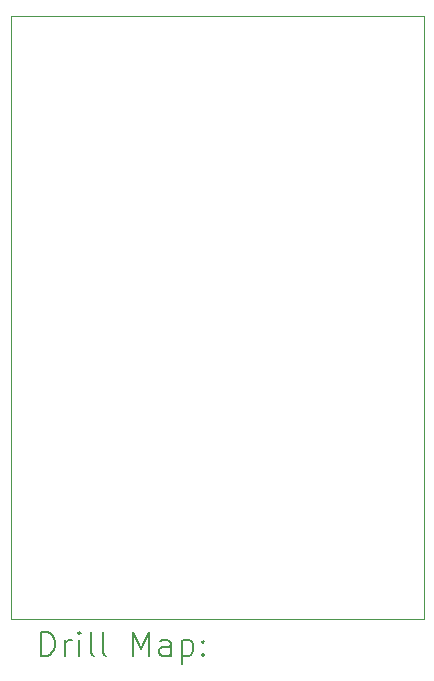
<source format=gbr>
%TF.GenerationSoftware,KiCad,Pcbnew,8.0.4*%
%TF.CreationDate,2024-10-22T19:26:34-07:00*%
%TF.ProjectId,Valve,56616c76-652e-46b6-9963-61645f706362,rev?*%
%TF.SameCoordinates,Original*%
%TF.FileFunction,Drillmap*%
%TF.FilePolarity,Positive*%
%FSLAX45Y45*%
G04 Gerber Fmt 4.5, Leading zero omitted, Abs format (unit mm)*
G04 Created by KiCad (PCBNEW 8.0.4) date 2024-10-22 19:26:34*
%MOMM*%
%LPD*%
G01*
G04 APERTURE LIST*
%ADD10C,0.038100*%
%ADD11C,0.200000*%
G04 APERTURE END LIST*
D10*
X12600000Y-7500000D02*
X16100000Y-7500000D01*
X12600000Y-12600000D02*
X12600000Y-7500000D01*
X16100000Y-12600000D02*
X12600000Y-12600000D01*
X16100000Y-7500000D02*
X16100000Y-12600000D01*
D11*
X12858872Y-12913389D02*
X12858872Y-12713389D01*
X12858872Y-12713389D02*
X12906491Y-12713389D01*
X12906491Y-12713389D02*
X12935062Y-12722913D01*
X12935062Y-12722913D02*
X12954110Y-12741960D01*
X12954110Y-12741960D02*
X12963634Y-12761008D01*
X12963634Y-12761008D02*
X12973157Y-12799103D01*
X12973157Y-12799103D02*
X12973157Y-12827674D01*
X12973157Y-12827674D02*
X12963634Y-12865770D01*
X12963634Y-12865770D02*
X12954110Y-12884817D01*
X12954110Y-12884817D02*
X12935062Y-12903865D01*
X12935062Y-12903865D02*
X12906491Y-12913389D01*
X12906491Y-12913389D02*
X12858872Y-12913389D01*
X13058872Y-12913389D02*
X13058872Y-12780055D01*
X13058872Y-12818151D02*
X13068396Y-12799103D01*
X13068396Y-12799103D02*
X13077919Y-12789579D01*
X13077919Y-12789579D02*
X13096967Y-12780055D01*
X13096967Y-12780055D02*
X13116015Y-12780055D01*
X13182681Y-12913389D02*
X13182681Y-12780055D01*
X13182681Y-12713389D02*
X13173157Y-12722913D01*
X13173157Y-12722913D02*
X13182681Y-12732436D01*
X13182681Y-12732436D02*
X13192205Y-12722913D01*
X13192205Y-12722913D02*
X13182681Y-12713389D01*
X13182681Y-12713389D02*
X13182681Y-12732436D01*
X13306491Y-12913389D02*
X13287443Y-12903865D01*
X13287443Y-12903865D02*
X13277919Y-12884817D01*
X13277919Y-12884817D02*
X13277919Y-12713389D01*
X13411253Y-12913389D02*
X13392205Y-12903865D01*
X13392205Y-12903865D02*
X13382681Y-12884817D01*
X13382681Y-12884817D02*
X13382681Y-12713389D01*
X13639824Y-12913389D02*
X13639824Y-12713389D01*
X13639824Y-12713389D02*
X13706491Y-12856246D01*
X13706491Y-12856246D02*
X13773157Y-12713389D01*
X13773157Y-12713389D02*
X13773157Y-12913389D01*
X13954110Y-12913389D02*
X13954110Y-12808627D01*
X13954110Y-12808627D02*
X13944586Y-12789579D01*
X13944586Y-12789579D02*
X13925538Y-12780055D01*
X13925538Y-12780055D02*
X13887443Y-12780055D01*
X13887443Y-12780055D02*
X13868396Y-12789579D01*
X13954110Y-12903865D02*
X13935062Y-12913389D01*
X13935062Y-12913389D02*
X13887443Y-12913389D01*
X13887443Y-12913389D02*
X13868396Y-12903865D01*
X13868396Y-12903865D02*
X13858872Y-12884817D01*
X13858872Y-12884817D02*
X13858872Y-12865770D01*
X13858872Y-12865770D02*
X13868396Y-12846722D01*
X13868396Y-12846722D02*
X13887443Y-12837198D01*
X13887443Y-12837198D02*
X13935062Y-12837198D01*
X13935062Y-12837198D02*
X13954110Y-12827674D01*
X14049348Y-12780055D02*
X14049348Y-12980055D01*
X14049348Y-12789579D02*
X14068396Y-12780055D01*
X14068396Y-12780055D02*
X14106491Y-12780055D01*
X14106491Y-12780055D02*
X14125538Y-12789579D01*
X14125538Y-12789579D02*
X14135062Y-12799103D01*
X14135062Y-12799103D02*
X14144586Y-12818151D01*
X14144586Y-12818151D02*
X14144586Y-12875293D01*
X14144586Y-12875293D02*
X14135062Y-12894341D01*
X14135062Y-12894341D02*
X14125538Y-12903865D01*
X14125538Y-12903865D02*
X14106491Y-12913389D01*
X14106491Y-12913389D02*
X14068396Y-12913389D01*
X14068396Y-12913389D02*
X14049348Y-12903865D01*
X14230300Y-12894341D02*
X14239824Y-12903865D01*
X14239824Y-12903865D02*
X14230300Y-12913389D01*
X14230300Y-12913389D02*
X14220777Y-12903865D01*
X14220777Y-12903865D02*
X14230300Y-12894341D01*
X14230300Y-12894341D02*
X14230300Y-12913389D01*
X14230300Y-12789579D02*
X14239824Y-12799103D01*
X14239824Y-12799103D02*
X14230300Y-12808627D01*
X14230300Y-12808627D02*
X14220777Y-12799103D01*
X14220777Y-12799103D02*
X14230300Y-12789579D01*
X14230300Y-12789579D02*
X14230300Y-12808627D01*
M02*

</source>
